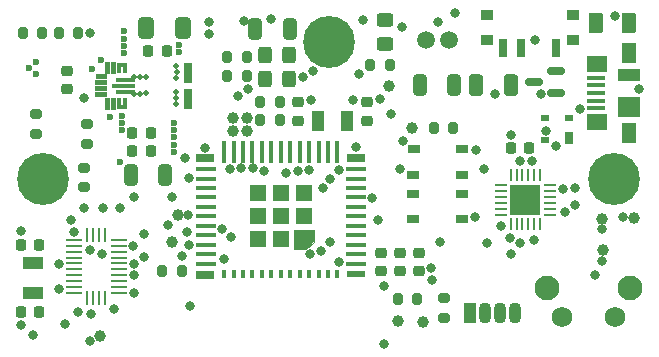
<source format=gbr>
%TF.GenerationSoftware,KiCad,Pcbnew,(6.0.7)*%
%TF.CreationDate,2022-10-18T17:16:59-04:00*%
%TF.ProjectId,PCB,5043422e-6b69-4636-9164-5f7063625858,rev?*%
%TF.SameCoordinates,Original*%
%TF.FileFunction,Soldermask,Top*%
%TF.FilePolarity,Negative*%
%FSLAX46Y46*%
G04 Gerber Fmt 4.6, Leading zero omitted, Abs format (unit mm)*
G04 Created by KiCad (PCBNEW (6.0.7)) date 2022-10-18 17:16:59*
%MOMM*%
%LPD*%
G01*
G04 APERTURE LIST*
G04 Aperture macros list*
%AMRoundRect*
0 Rectangle with rounded corners*
0 $1 Rounding radius*
0 $2 $3 $4 $5 $6 $7 $8 $9 X,Y pos of 4 corners*
0 Add a 4 corners polygon primitive as box body*
4,1,4,$2,$3,$4,$5,$6,$7,$8,$9,$2,$3,0*
0 Add four circle primitives for the rounded corners*
1,1,$1+$1,$2,$3*
1,1,$1+$1,$4,$5*
1,1,$1+$1,$6,$7*
1,1,$1+$1,$8,$9*
0 Add four rect primitives between the rounded corners*
20,1,$1+$1,$2,$3,$4,$5,0*
20,1,$1+$1,$4,$5,$6,$7,0*
20,1,$1+$1,$6,$7,$8,$9,0*
20,1,$1+$1,$8,$9,$2,$3,0*%
G04 Aperture macros list end*
%ADD10C,0.010000*%
%ADD11R,0.711200X1.752600*%
%ADD12RoundRect,0.225000X-0.225000X-0.250000X0.225000X-0.250000X0.225000X0.250000X-0.225000X0.250000X0*%
%ADD13C,2.100000*%
%ADD14C,1.750000*%
%ADD15RoundRect,0.250000X0.325000X0.650000X-0.325000X0.650000X-0.325000X-0.650000X0.325000X-0.650000X0*%
%ADD16RoundRect,0.200000X0.275000X-0.200000X0.275000X0.200000X-0.275000X0.200000X-0.275000X-0.200000X0*%
%ADD17RoundRect,0.200000X0.200000X0.275000X-0.200000X0.275000X-0.200000X-0.275000X0.200000X-0.275000X0*%
%ADD18R,1.070000X1.800000*%
%ADD19O,1.070000X1.800000*%
%ADD20RoundRect,0.250000X-0.325000X-0.650000X0.325000X-0.650000X0.325000X0.650000X-0.325000X0.650000X0*%
%ADD21RoundRect,0.062500X0.475000X0.062500X-0.475000X0.062500X-0.475000X-0.062500X0.475000X-0.062500X0*%
%ADD22RoundRect,0.062500X0.062500X0.475000X-0.062500X0.475000X-0.062500X-0.475000X0.062500X-0.475000X0*%
%ADD23R,2.600000X2.600000*%
%ADD24RoundRect,0.250000X-0.450000X0.325000X-0.450000X-0.325000X0.450000X-0.325000X0.450000X0.325000X0*%
%ADD25RoundRect,0.200000X-0.200000X-0.275000X0.200000X-0.275000X0.200000X0.275000X-0.200000X0.275000X0*%
%ADD26R,1.630000X0.450000*%
%ADD27R,1.900000X1.800000*%
%ADD28R,1.800000X1.425000*%
%ADD29R,1.300000X1.750000*%
%ADD30R,1.900000X1.000000*%
%ADD31RoundRect,0.225000X-0.250000X0.225000X-0.250000X-0.225000X0.250000X-0.225000X0.250000X0.225000X0*%
%ADD32R,1.800000X1.000000*%
%ADD33C,1.508000*%
%ADD34RoundRect,0.225000X0.250000X-0.225000X0.250000X0.225000X-0.250000X0.225000X-0.250000X-0.225000X0*%
%ADD35C,1.000000*%
%ADD36RoundRect,0.276000X0.324000X0.634000X-0.324000X0.634000X-0.324000X-0.634000X0.324000X-0.634000X0*%
%ADD37R,1.375000X0.250000*%
%ADD38R,0.250000X1.275000*%
%ADD39R,1.375000X0.275000*%
%ADD40RoundRect,0.250000X0.325000X0.450000X-0.325000X0.450000X-0.325000X-0.450000X0.325000X-0.450000X0*%
%ADD41C,0.700000*%
%ADD42C,4.400000*%
%ADD43R,0.711200X1.498600*%
%ADD44R,0.990600X0.812800*%
%ADD45R,1.000000X1.800000*%
%ADD46RoundRect,0.250000X-0.412500X-0.650000X0.412500X-0.650000X0.412500X0.650000X-0.412500X0.650000X0*%
%ADD47RoundRect,0.225000X0.225000X0.250000X-0.225000X0.250000X-0.225000X-0.250000X0.225000X-0.250000X0*%
%ADD48R,0.700000X1.000000*%
%ADD49R,0.700000X0.600000*%
%ADD50R,1.700000X0.400000*%
%ADD51R,0.400000X1.900000*%
%ADD52R,0.400000X0.800000*%
%ADD53R,1.450000X1.450000*%
%ADD54R,1.600000X0.700000*%
%ADD55R,1.600000X0.600000*%
%ADD56RoundRect,0.150000X0.587500X0.150000X-0.587500X0.150000X-0.587500X-0.150000X0.587500X-0.150000X0*%
%ADD57RoundRect,0.250000X-0.375000X-0.625000X0.375000X-0.625000X0.375000X0.625000X-0.375000X0.625000X0*%
%ADD58R,1.050000X0.650000*%
%ADD59C,0.800000*%
%ADD60C,0.600000*%
%ADD61C,0.500000*%
G04 APERTURE END LIST*
%TO.C,U4*%
G36*
X199776250Y-97198750D02*
G01*
X198923850Y-97198750D01*
X198923850Y-96848750D01*
X199776250Y-96848750D01*
X199776250Y-97198750D01*
G37*
D10*
X199776250Y-97198750D02*
X198923850Y-97198750D01*
X198923850Y-96848750D01*
X199776250Y-96848750D01*
X199776250Y-97198750D01*
G36*
X202178650Y-97398750D02*
G01*
X200676250Y-97398750D01*
X200676250Y-97148750D01*
X202178650Y-97148750D01*
X202178650Y-97398750D01*
G37*
X202178650Y-97398750D02*
X200676250Y-97398750D01*
X200676250Y-97148750D01*
X202178650Y-97148750D01*
X202178650Y-97398750D01*
G36*
X202178650Y-97898750D02*
G01*
X200326250Y-97898750D01*
X200326250Y-97648750D01*
X202178650Y-97648750D01*
X202178650Y-97898750D01*
G37*
X202178650Y-97898750D02*
X200326250Y-97898750D01*
X200326250Y-97648750D01*
X202178650Y-97648750D01*
X202178650Y-97898750D01*
G36*
X199776250Y-97698750D02*
G01*
X198873850Y-97698750D01*
X198873850Y-97348750D01*
X199776250Y-97348750D01*
X199776250Y-97698750D01*
G37*
X199776250Y-97698750D02*
X198873850Y-97698750D01*
X198873850Y-97348750D01*
X199776250Y-97348750D01*
X199776250Y-97698750D01*
G36*
X200976250Y-99423750D02*
G01*
X201226250Y-99423750D01*
X201226250Y-98871350D01*
X201476250Y-98871350D01*
X201476250Y-99673750D01*
X200726250Y-99673750D01*
X200726250Y-98871350D01*
X200976250Y-98871350D01*
X200976250Y-99423750D01*
G37*
X200976250Y-99423750D02*
X201226250Y-99423750D01*
X201226250Y-98871350D01*
X201476250Y-98871350D01*
X201476250Y-99673750D01*
X200726250Y-99673750D01*
X200726250Y-98871350D01*
X200976250Y-98871350D01*
X200976250Y-99423750D01*
G36*
X202178650Y-98398750D02*
G01*
X200676250Y-98398750D01*
X200676250Y-98148750D01*
X202178650Y-98148750D01*
X202178650Y-98398750D01*
G37*
X202178650Y-98398750D02*
X200676250Y-98398750D01*
X200676250Y-98148750D01*
X202178650Y-98148750D01*
X202178650Y-98398750D01*
G36*
X200026250Y-96723750D02*
G01*
X199676250Y-96723750D01*
X199676250Y-95767950D01*
X200026250Y-95767950D01*
X200026250Y-96723750D01*
G37*
X200026250Y-96723750D02*
X199676250Y-96723750D01*
X199676250Y-95767950D01*
X200026250Y-95767950D01*
X200026250Y-96723750D01*
G36*
X200526250Y-99776950D02*
G01*
X200176250Y-99776950D01*
X200176250Y-98823750D01*
X200526250Y-98823750D01*
X200526250Y-99776950D01*
G37*
X200526250Y-99776950D02*
X200176250Y-99776950D01*
X200176250Y-98823750D01*
X200526250Y-98823750D01*
X200526250Y-99776950D01*
G36*
X199776250Y-98698750D02*
G01*
X198873850Y-98698750D01*
X198873850Y-98348750D01*
X199776250Y-98348750D01*
X199776250Y-98698750D01*
G37*
X199776250Y-98698750D02*
X198873850Y-98698750D01*
X198873850Y-98348750D01*
X199776250Y-98348750D01*
X199776250Y-98698750D01*
G36*
X201476250Y-96650750D02*
G01*
X201226250Y-96650750D01*
X201226250Y-96123750D01*
X200976250Y-96123750D01*
X200976250Y-96650750D01*
X200726250Y-96650750D01*
X200726250Y-95873750D01*
X201476250Y-95873750D01*
X201476250Y-96650750D01*
G37*
X201476250Y-96650750D02*
X201226250Y-96650750D01*
X201226250Y-96123750D01*
X200976250Y-96123750D01*
X200976250Y-96650750D01*
X200726250Y-96650750D01*
X200726250Y-95873750D01*
X201476250Y-95873750D01*
X201476250Y-96650750D01*
G36*
X199776250Y-98198750D02*
G01*
X198873850Y-98198750D01*
X198873850Y-97848750D01*
X199776250Y-97848750D01*
X199776250Y-98198750D01*
G37*
X199776250Y-98198750D02*
X198873850Y-98198750D01*
X198873850Y-97848750D01*
X199776250Y-97848750D01*
X199776250Y-98198750D01*
G36*
X200526250Y-96723750D02*
G01*
X200176250Y-96723750D01*
X200176250Y-95770550D01*
X200526250Y-95770550D01*
X200526250Y-96723750D01*
G37*
X200526250Y-96723750D02*
X200176250Y-96723750D01*
X200176250Y-95770550D01*
X200526250Y-95770550D01*
X200526250Y-96723750D01*
G36*
X200026250Y-99776950D02*
G01*
X199676250Y-99776950D01*
X199676250Y-98823750D01*
X200026250Y-98823750D01*
X200026250Y-99776950D01*
G37*
X200026250Y-99776950D02*
X199676250Y-99776950D01*
X199676250Y-98823750D01*
X200026250Y-98823750D01*
X200026250Y-99776950D01*
%TO.C,U1*%
G36*
X217365000Y-111047500D02*
G01*
X216765000Y-111647500D01*
X215715000Y-111647500D01*
X215715000Y-109997500D01*
X217365000Y-109997500D01*
X217365000Y-111047500D01*
G37*
X217365000Y-111047500D02*
X216765000Y-111647500D01*
X215715000Y-111647500D01*
X215715000Y-109997500D01*
X217365000Y-109997500D01*
X217365000Y-111047500D01*
%TD*%
D11*
%TO.C,L1*%
X206720000Y-96756200D03*
X206720000Y-98915200D03*
%TD*%
D12*
%TO.C,C26*%
X203370000Y-94850000D03*
X204920000Y-94850000D03*
%TD*%
D13*
%TO.C,SW3*%
X244120000Y-114910000D03*
X237110000Y-114910000D03*
D14*
X242870000Y-117400000D03*
X238370000Y-117400000D03*
%TD*%
D15*
%TO.C,C21*%
X215365000Y-92980000D03*
X212415000Y-92980000D03*
%TD*%
D16*
%TO.C,R14*%
X197900000Y-106425000D03*
X197900000Y-104775000D03*
%TD*%
D17*
%TO.C,R12*%
X197450000Y-93350000D03*
X195800000Y-93350000D03*
%TD*%
D18*
%TO.C,D6*%
X230600000Y-117070000D03*
D19*
X231870000Y-117070000D03*
X233140000Y-117070000D03*
X234410000Y-117070000D03*
%TD*%
D20*
%TO.C,C7*%
X226335000Y-97760000D03*
X229285000Y-97760000D03*
%TD*%
D12*
%TO.C,C8*%
X234085000Y-103090000D03*
X235635000Y-103090000D03*
%TD*%
D16*
%TO.C,R13*%
X198200000Y-102725000D03*
X198200000Y-101075000D03*
%TD*%
D21*
%TO.C,U2*%
X237362500Y-108725000D03*
X237362500Y-108225000D03*
X237362500Y-107725000D03*
X237362500Y-107225000D03*
X237362500Y-106725000D03*
X237362500Y-106225000D03*
D22*
X236550000Y-105412500D03*
X236050000Y-105412500D03*
X235550000Y-105412500D03*
X235050000Y-105412500D03*
X234550000Y-105412500D03*
X234050000Y-105412500D03*
D21*
X233237500Y-106225000D03*
X233237500Y-106725000D03*
X233237500Y-107225000D03*
X233237500Y-107725000D03*
X233237500Y-108225000D03*
X233237500Y-108725000D03*
D22*
X234050000Y-109537500D03*
X234550000Y-109537500D03*
X235050000Y-109537500D03*
X235550000Y-109537500D03*
X236050000Y-109537500D03*
X236550000Y-109537500D03*
D23*
X235300000Y-107475000D03*
%TD*%
D24*
%TO.C,D5*%
X223420000Y-92237500D03*
X223420000Y-94287500D03*
%TD*%
D25*
%TO.C,R41*%
X212865000Y-99220000D03*
X214515000Y-99220000D03*
%TD*%
D26*
%TO.C,J1*%
X241265000Y-99725000D03*
X241265000Y-99075000D03*
X241265000Y-98425000D03*
X241265000Y-97775000D03*
X241265000Y-97125000D03*
D27*
X244050000Y-99575000D03*
D28*
X241350000Y-100912500D03*
X241350000Y-95937500D03*
D29*
X244050000Y-101850000D03*
D30*
X244050000Y-96875000D03*
D29*
X244050000Y-95000000D03*
%TD*%
D31*
%TO.C,C4*%
X226260000Y-111985000D03*
X226260000Y-113535000D03*
%TD*%
D32*
%TO.C,Y1*%
X193650464Y-112850273D03*
X193650464Y-115350273D03*
%TD*%
D33*
%TO.C,J2*%
X228870000Y-93910000D03*
X226870000Y-93910000D03*
%TD*%
D25*
%TO.C,R10*%
X192750000Y-93350000D03*
X194400000Y-93350000D03*
%TD*%
D34*
%TO.C,C13*%
X196500000Y-98075000D03*
X196500000Y-96525000D03*
%TD*%
D35*
%TO.C,TP13*%
X205390000Y-111060000D03*
%TD*%
D36*
%TO.C,F1*%
X234095000Y-97760000D03*
X231085000Y-97760000D03*
%TD*%
D37*
%TO.C,U5*%
X197057964Y-115360273D03*
D38*
X198220464Y-115772773D03*
X198720464Y-115772773D03*
X199220464Y-115772773D03*
X199720464Y-115772773D03*
D37*
X200882964Y-115360273D03*
X200882964Y-114860273D03*
X200882964Y-114360273D03*
X200882964Y-113860273D03*
X200882964Y-113360273D03*
X200882964Y-112860273D03*
X200882964Y-112360273D03*
X200882964Y-111860273D03*
X200882964Y-111360273D03*
X200882964Y-110860273D03*
D38*
X199720464Y-110447773D03*
X199220464Y-110447773D03*
X198720464Y-110447773D03*
X198220464Y-110447773D03*
D37*
X197057964Y-110860273D03*
X197057964Y-111360273D03*
X197057964Y-111860273D03*
X197057964Y-112360273D03*
X197057964Y-112860273D03*
X197057964Y-113360273D03*
X197057964Y-113860273D03*
D39*
X197057964Y-114347773D03*
D37*
X197057964Y-114860273D03*
%TD*%
D35*
%TO.C,TP6*%
X226660000Y-117790000D03*
%TD*%
D12*
%TO.C,C14*%
X202025000Y-103350000D03*
X203575000Y-103350000D03*
%TD*%
D40*
%TO.C,D8*%
X215315000Y-95180000D03*
X213265000Y-95180000D03*
%TD*%
D41*
%TO.C,H1*%
X241633274Y-104533274D03*
X242800000Y-107350000D03*
X244450000Y-105700000D03*
X241633274Y-106866726D03*
X241150000Y-105700000D03*
X243966726Y-106866726D03*
X243966726Y-104533274D03*
D42*
X242800000Y-105700000D03*
D41*
X242800000Y-104050000D03*
%TD*%
D43*
%TO.C,SW4*%
X237910001Y-94638401D03*
X234909999Y-94638401D03*
X233409999Y-94638401D03*
D44*
X239310000Y-93938400D03*
X232010000Y-93938400D03*
X239310000Y-91838401D03*
X232010000Y-91838401D03*
%TD*%
D35*
%TO.C,TP5*%
X241840000Y-111730000D03*
%TD*%
D17*
%TO.C,R19*%
X223795000Y-96040000D03*
X222145000Y-96040000D03*
%TD*%
D45*
%TO.C,Y2*%
X217705000Y-100770000D03*
X220205000Y-100770000D03*
%TD*%
D46*
%TO.C,C12*%
X203187500Y-92900000D03*
X206312500Y-92900000D03*
%TD*%
D40*
%TO.C,D7*%
X215315000Y-97230000D03*
X213265000Y-97230000D03*
%TD*%
D42*
%TO.C,H3*%
X218650000Y-94100000D03*
D41*
X219816726Y-95266726D03*
X217483274Y-95266726D03*
X219816726Y-92933274D03*
X218650000Y-95750000D03*
X220300000Y-94100000D03*
X217000000Y-94100000D03*
X217483274Y-92933274D03*
X218650000Y-92450000D03*
%TD*%
%TO.C,H2*%
X194500000Y-104050000D03*
X195666726Y-104533274D03*
X192850000Y-105700000D03*
X193333274Y-104533274D03*
D42*
X194500000Y-105700000D03*
D41*
X195666726Y-106866726D03*
X196150000Y-105700000D03*
X194500000Y-107350000D03*
X193333274Y-106866726D03*
%TD*%
D35*
%TO.C,TP14*%
X205900000Y-108750000D03*
%TD*%
D47*
%TO.C,C15*%
X194146154Y-111270131D03*
X192596154Y-111270131D03*
%TD*%
D48*
%TO.C,D1*%
X239000000Y-102225000D03*
D49*
X239000000Y-100525000D03*
X237000000Y-100525000D03*
X237000000Y-102425000D03*
%TD*%
D35*
%TO.C,TP15*%
X199265000Y-119020000D03*
%TD*%
D50*
%TO.C,U1*%
X220940000Y-112872500D03*
X220940000Y-112072500D03*
X220940000Y-111272500D03*
X220940000Y-110472500D03*
X220940000Y-109672500D03*
X220940000Y-108872500D03*
X220940000Y-108072500D03*
X220940000Y-107272500D03*
X220940000Y-106472500D03*
X220940000Y-105672500D03*
X220940000Y-104872500D03*
D51*
X219390000Y-103422500D03*
X218590000Y-103422500D03*
X217790000Y-103422500D03*
X216990000Y-103422500D03*
X216190000Y-103422500D03*
X215390000Y-103422500D03*
X214590000Y-103422500D03*
X213790000Y-103422500D03*
X212990000Y-103422500D03*
X212190000Y-103422500D03*
X211390000Y-103422500D03*
X210590000Y-103422500D03*
X209790000Y-103422500D03*
D50*
X208240000Y-104872500D03*
X208240000Y-105672500D03*
X208240000Y-106472500D03*
X208240000Y-107272500D03*
X208240000Y-108072500D03*
X208240000Y-108872500D03*
X208240000Y-109672500D03*
X208240000Y-110472500D03*
X208240000Y-111272500D03*
X208240000Y-112072500D03*
X208240000Y-112872500D03*
D52*
X209790000Y-113772500D03*
X210590000Y-113772500D03*
X211390000Y-113772500D03*
X212190000Y-113772500D03*
X212990000Y-113772500D03*
X213790000Y-113772500D03*
X214590000Y-113772500D03*
X215390000Y-113772500D03*
X216190000Y-113772500D03*
X216990000Y-113772500D03*
X217790000Y-113772500D03*
X218590000Y-113772500D03*
X219390000Y-113772500D03*
D53*
X214590000Y-108872500D03*
D54*
X208190000Y-113822500D03*
X208190000Y-103922500D03*
X220990000Y-103922500D03*
D55*
X220990000Y-113772500D03*
D53*
X216540000Y-108872500D03*
X216540000Y-106922500D03*
X214590000Y-106922500D03*
X212640000Y-106922500D03*
X212640000Y-108872500D03*
X212640000Y-110822500D03*
X214590000Y-110822500D03*
%TD*%
D35*
%TO.C,TP11*%
X224510000Y-117770000D03*
%TD*%
%TO.C,TP3*%
X223790000Y-97830000D03*
%TD*%
D34*
%TO.C,C18*%
X216030000Y-100770000D03*
X216030000Y-99220000D03*
%TD*%
D16*
%TO.C,R9*%
X193875000Y-101875000D03*
X193875000Y-100225000D03*
%TD*%
D25*
%TO.C,R40*%
X212865000Y-100750000D03*
X214515000Y-100750000D03*
%TD*%
%TO.C,R22*%
X210065000Y-97010000D03*
X211715000Y-97010000D03*
%TD*%
D34*
%TO.C,C19*%
X221880000Y-100770000D03*
X221880000Y-99220000D03*
%TD*%
D25*
%TO.C,R29*%
X224515000Y-115910000D03*
X226165000Y-115910000D03*
%TD*%
D56*
%TO.C,Q3*%
X237917500Y-98470000D03*
X237917500Y-96570000D03*
X236042500Y-97520000D03*
%TD*%
D25*
%TO.C,R30*%
X227525000Y-101400000D03*
X229175000Y-101400000D03*
%TD*%
D31*
%TO.C,C5*%
X223110000Y-111985000D03*
X223110000Y-113535000D03*
%TD*%
D57*
%TO.C,D2*%
X241300000Y-92470000D03*
X244100000Y-92470000D03*
%TD*%
D35*
%TO.C,TP8*%
X244510000Y-109040000D03*
%TD*%
D47*
%TO.C,C16*%
X194156154Y-116930131D03*
X192606154Y-116930131D03*
%TD*%
D20*
%TO.C,C17*%
X201875000Y-105350000D03*
X204825000Y-105350000D03*
%TD*%
D25*
%TO.C,R23*%
X210055000Y-95400000D03*
X211705000Y-95400000D03*
%TD*%
D58*
%TO.C,SW2*%
X229960000Y-105336263D03*
X225810000Y-105336263D03*
X225835000Y-103186263D03*
X229960000Y-103186263D03*
%TD*%
%TO.C,SW1*%
X229935000Y-106980000D03*
X225785000Y-106980000D03*
X229910000Y-109130000D03*
X225785000Y-109130000D03*
%TD*%
D31*
%TO.C,C6*%
X224685000Y-111985000D03*
X224685000Y-113535000D03*
%TD*%
D16*
%TO.C,R33*%
X228450000Y-117455000D03*
X228450000Y-115805000D03*
%TD*%
D35*
%TO.C,TP12*%
X225710000Y-101355000D03*
%TD*%
%TO.C,TP4*%
X241790000Y-109130000D03*
%TD*%
D12*
%TO.C,C27*%
X202025000Y-101800000D03*
X203575000Y-101800000D03*
%TD*%
D17*
%TO.C,R36*%
X206225000Y-113490000D03*
X204575000Y-113490000D03*
%TD*%
D59*
X206890000Y-116480000D03*
X192610000Y-118060000D03*
X192610000Y-110080000D03*
X193570000Y-118910000D03*
X196300000Y-117980000D03*
X199450000Y-112040000D03*
X198430000Y-111720000D03*
X205000000Y-109600000D03*
X196870000Y-109200000D03*
X200990000Y-108164500D03*
X202970000Y-112276889D03*
X202970000Y-110400000D03*
X197050000Y-110200000D03*
X199510000Y-108169500D03*
X197930000Y-108154500D03*
X202150000Y-115360000D03*
X202150000Y-113860000D03*
X202130000Y-112870000D03*
X206840000Y-111260000D03*
X202120000Y-111360000D03*
X206254754Y-112226389D03*
X198455000Y-119450000D03*
X239510000Y-107924500D03*
X239510378Y-106500378D03*
X208550496Y-92442987D03*
X227892345Y-92417655D03*
X229340000Y-91660000D03*
X242900000Y-91940000D03*
X239897372Y-99801872D03*
X211840000Y-98084500D03*
X221510000Y-92264500D03*
X237080000Y-101650000D03*
X221210000Y-96800000D03*
X224967457Y-102491185D03*
X210290000Y-104840000D03*
X222310000Y-107280000D03*
X213800000Y-92190000D03*
X236090000Y-93910000D03*
X235850500Y-104164500D03*
D60*
X201290000Y-94450000D03*
X198624500Y-96360000D03*
X201290000Y-93210000D03*
X201290000Y-95080000D03*
X201290000Y-93830000D03*
D59*
X222800000Y-109205500D03*
X227331435Y-113238972D03*
D60*
X201110000Y-100350000D03*
D59*
X206630000Y-110200000D03*
X195801203Y-115047273D03*
D60*
X201110000Y-100970000D03*
D59*
X206520000Y-103960000D03*
X241180000Y-113880000D03*
D60*
X200950000Y-104250000D03*
X201110000Y-101590000D03*
D59*
X202155000Y-107255000D03*
X198520964Y-117160273D03*
X234851018Y-104158075D03*
X238511191Y-106525500D03*
X217076892Y-112100982D03*
X218162933Y-106465234D03*
X215037823Y-105205997D03*
X216026464Y-105059047D03*
X218030000Y-111800000D03*
X218770381Y-105671502D03*
X219490498Y-104972002D03*
X217020000Y-104950000D03*
X218790998Y-111012682D03*
X216477844Y-97105812D03*
X217315937Y-96561197D03*
X211250743Y-104768426D03*
X209750000Y-112520000D03*
X223300000Y-114740000D03*
X223320000Y-119660000D03*
X219490498Y-112772998D03*
X206820000Y-105660000D03*
X205350000Y-107200000D03*
X231100000Y-103260000D03*
X231070000Y-108950500D03*
X236050000Y-110840000D03*
X222948453Y-98895317D03*
X232022286Y-111167214D03*
X233230000Y-109650000D03*
X228099500Y-111004500D03*
X234882691Y-111161752D03*
X210398907Y-110604500D03*
X234050000Y-112074000D03*
X209630000Y-109930000D03*
X234010000Y-110674500D03*
X231769500Y-104890000D03*
X208480000Y-93440000D03*
X227372362Y-114237637D03*
D60*
X193310000Y-96320000D03*
D59*
X232700000Y-98500000D03*
D60*
X205980000Y-94940000D03*
D59*
X220720000Y-99050000D03*
X197390464Y-116950273D03*
D60*
X200171110Y-100472067D03*
X205980000Y-94340000D03*
D59*
X211495649Y-92292141D03*
X238682748Y-108485445D03*
X224721622Y-104847739D03*
D60*
X205530000Y-103410000D03*
D59*
X200470464Y-116750273D03*
D60*
X205530000Y-100950000D03*
X199370000Y-95624500D03*
D59*
X223960000Y-100220000D03*
X217150000Y-99020000D03*
D60*
X205530000Y-101560000D03*
D59*
X224850000Y-92814500D03*
X237910000Y-102940000D03*
X195770962Y-112920273D03*
D60*
X205530000Y-102790000D03*
D59*
X208180000Y-103045500D03*
D60*
X193840000Y-96800000D03*
X193830000Y-95780000D03*
D59*
X210965656Y-98661093D03*
X234100000Y-101970000D03*
X236630000Y-98500000D03*
X220980000Y-102970000D03*
X244880000Y-98050000D03*
X198460000Y-93340000D03*
X197935000Y-98865000D03*
D60*
X205530000Y-102170000D03*
D61*
X205760000Y-97160000D03*
X203210000Y-97080000D03*
X202190000Y-97080000D03*
X202700000Y-97090000D03*
X205760000Y-96130000D03*
X205770000Y-96650000D03*
X203210000Y-98470000D03*
X205740000Y-98880000D03*
X205740000Y-98360000D03*
X205740000Y-99400000D03*
X202200000Y-98490000D03*
X202710000Y-98490000D03*
D59*
X241780000Y-109930000D03*
X241810000Y-112650000D03*
X243600000Y-108940000D03*
X206750000Y-108750000D03*
X213175188Y-105009119D03*
X212200000Y-104790000D03*
D35*
X211729357Y-100510547D03*
X211740000Y-101660000D03*
X210579898Y-100520540D03*
X210570000Y-101670000D03*
M02*

</source>
